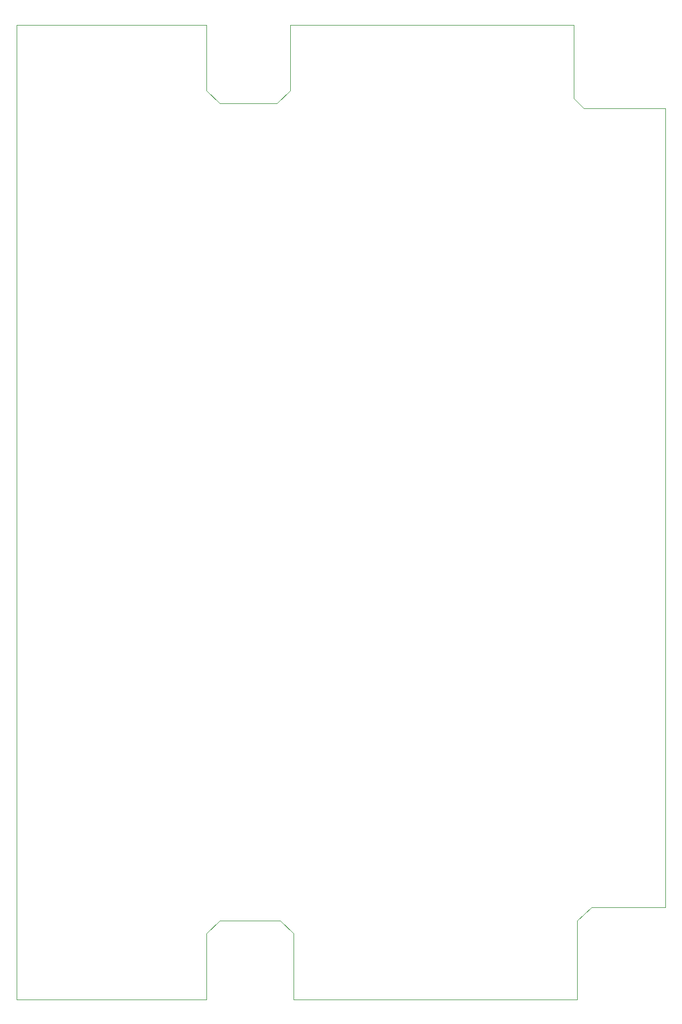
<source format=gbr>
%TF.GenerationSoftware,KiCad,Pcbnew,(5.1.6)-1*%
%TF.CreationDate,2020-08-06T22:58:29+01:00*%
%TF.ProjectId,KiKadAmigaMeanwell,4b694b61-6441-46d6-9967-614d65616e77,1.00*%
%TF.SameCoordinates,Original*%
%TF.FileFunction,Profile,NP*%
%FSLAX46Y46*%
G04 Gerber Fmt 4.6, Leading zero omitted, Abs format (unit mm)*
G04 Created by KiCad (PCBNEW (5.1.6)-1) date 2020-08-06 22:58:29*
%MOMM*%
%LPD*%
G01*
G04 APERTURE LIST*
%TA.AperFunction,Profile*%
%ADD10C,0.100000*%
%TD*%
G04 APERTURE END LIST*
D10*
X155000000Y-46000000D02*
X153500000Y-44500000D01*
X167500000Y-46000000D02*
X155000000Y-46000000D01*
X153500000Y-44500000D02*
X153500000Y-33250000D01*
X99500000Y-45250000D02*
X97500000Y-43250000D01*
X108250000Y-45250000D02*
X99500000Y-45250000D01*
X110250000Y-43250000D02*
X108250000Y-45250000D01*
X110250000Y-33250000D02*
X110250000Y-43250000D01*
X68500000Y-33250000D02*
X97500000Y-33250000D01*
X97500000Y-43250000D02*
X97500000Y-33250000D01*
X110750000Y-181750000D02*
X110750000Y-171750000D01*
X154000000Y-181750000D02*
X110750000Y-181750000D01*
X154000000Y-169750000D02*
X154000000Y-181750000D01*
X156250000Y-167750000D02*
X154000000Y-169750000D01*
X167500000Y-167750000D02*
X156250000Y-167750000D01*
X167500000Y-46000000D02*
X167500000Y-167750000D01*
X110250000Y-33250000D02*
X153500000Y-33250000D01*
X68500000Y-181750000D02*
X68500000Y-33250000D01*
X97500000Y-181750000D02*
X68500000Y-181750000D01*
X97500000Y-171750000D02*
X97500000Y-181750000D01*
X99500000Y-169750000D02*
X97500000Y-171750000D01*
X108750000Y-169750000D02*
X99500000Y-169750000D01*
X110750000Y-171750000D02*
X108750000Y-169750000D01*
M02*

</source>
